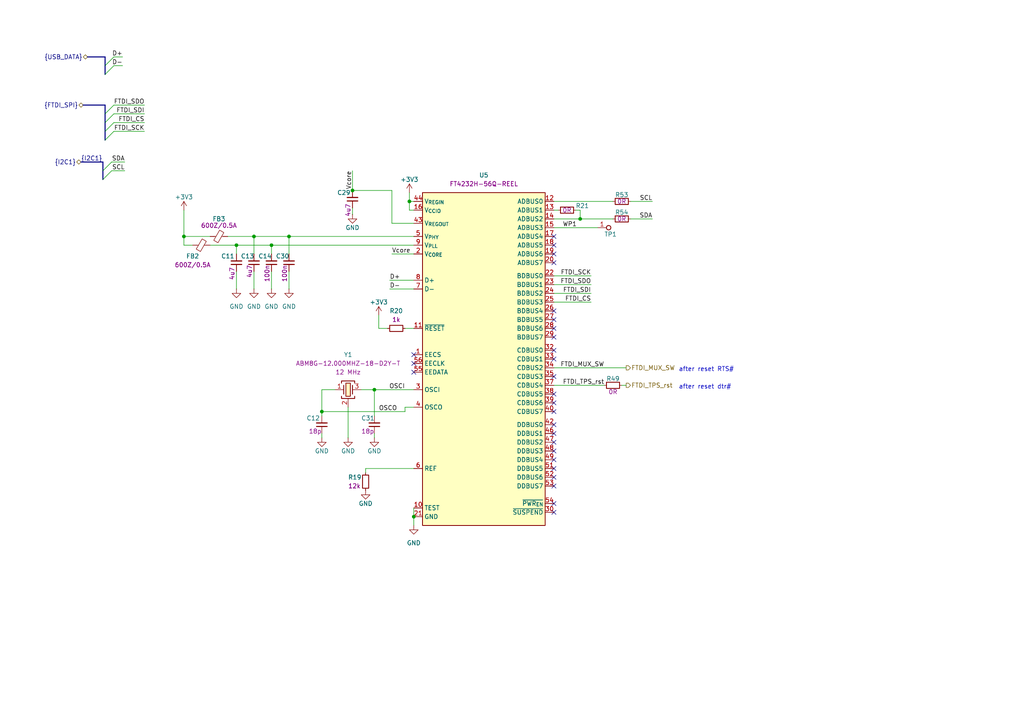
<source format=kicad_sch>
(kicad_sch (version 20230121) (generator eeschema)
  (paper "A4")
  (lib_symbols
    (symbol "C_18p_0402_1" (pin_numbers hide) (pin_names hide)
      (property "Reference" "C" (at 20.32 -5.08 0))
      (property "Val" "18p" (at 20.32 -7.62 0))
      (symbol "C_18p_0402_1_0_1"
        (polyline (pts (xy 2.032 -1.524) (xy 2.032 1.524)) (stroke (width 0.3048)))
        (polyline (pts (xy 3.048 -1.524) (xy 3.048 1.524)) (stroke (width 0.3302)))
      )
      (symbol "C_18p_0402_1_1_1"
        (pin passive line (at 0 0 0) (length 2.032) (name "~") (number "1"))
        (pin passive line (at 5.08 0 180) (length 2.032) (name "~") (number "2"))
      )
    )
    (symbol "antmicroCapacitors0402:C_100n_16V_X7R_0402" (pin_numbers hide) (pin_names hide)
      (property "Reference" "C" (at 15.24 -5.08 0))
      (property "Val" "100n" (at 15.24 -7.62 0))
      (symbol "C_100n_16V_X7R_0402_0_1"
        (polyline (pts (xy 2.032 -1.524) (xy 2.032 1.524)) (stroke (width 0.3048)))
        (polyline (pts (xy 3.048 -1.524) (xy 3.048 1.524)) (stroke (width 0.3302)))
      )
      (symbol "C_100n_16V_X7R_0402_1_1"
        (pin passive line (at 0 0 0) (length 2.032) (name "~") (number "1"))
        (pin passive line (at 5.08 0 180) (length 2.032) (name "~") (number "2"))
      )
    )
    (symbol "antmicroCapacitors0402:C_4u7_25V_0402" (pin_numbers hide) (pin_names hide)
      (property "Reference" "C" (at 20.32 -5.08 0))
      (property "Val" "4u7" (at 20.32 -7.62 0))
      (symbol "C_4u7_25V_0402_0_1"
        (polyline (pts (xy 2.032 -1.524) (xy 2.032 1.524)) (stroke (width 0.3048)))
        (polyline (pts (xy 3.048 -1.524) (xy 3.048 1.524)) (stroke (width 0.3302)))
      )
      (symbol "C_4u7_25V_0402_1_1"
        (pin passive line (at 0 0 0) (length 2.032) (name "~") (number "1"))
        (pin passive line (at 5.08 0 180) (length 2.032) (name "~") (number "2"))
      )
    )
    (symbol "antmicroFerriteBeadsandChips:FB_600Z_0.5A_Murata-BLM18AG_0603" (pin_numbers hide) (pin_names hide)
      (property "Reference" "FB" (at 15.24 0 0))
      (property "Val" "600Z/0.5A" (at 15.24 -5.08 0))
      (symbol "FB_600Z_0.5A_Murata-BLM18AG_0603_0_1"
        (polyline (pts (xy 1.651 0) (xy 1.2446 0)))
        (polyline (pts (xy 3.81 0) (xy 3.3274 0)))
        (polyline (pts (xy 2.2606 -1.8288) (xy 1.0414 -1.1176) (xy 2.7432 1.8288) (xy 3.9624 1.1176) (xy 2.2606 -1.8288)))
      )
      (symbol "FB_600Z_0.5A_Murata-BLM18AG_0603_1_1"
        (pin passive line (at 0 0 0) (length 1.27) (name "~") (number "1"))
        (pin passive line (at 5.08 0 180) (length 1.27) (name "~") (number "2"))
      )
    )
    (symbol "antmicroInterfaceControllers:FT4232H_VQFN"
      (property "Reference" "U" (at 55.88 -2.54 0))
      (property "MPN" "FT4232H-56Q-REEL" (at 55.88 -5.08 0))
      (symbol "FT4232H_VQFN_1_1"
        (rectangle (start 2.54 2.54) (end 38.1 -93.98) (stroke (width 0.254)) (fill (type background)))
        (pin bidirectional line (at 0 -44.45 0) (length 2.54) (name "EECS") (number "1"))
        (pin input line (at 0 -88.9 0) (length 2.54) (name "TEST") (number "10"))
        (pin input line (at 0 -36.83 0) (length 2.54) (name "~{RESET}") (number "11"))
        (pin bidirectional line (at 40.64 0 180) (length 2.54) (name "ADBUS0") (number "12"))
        (pin bidirectional line (at 40.64 -2.54 180) (length 2.54) (name "ADBUS1") (number "13"))
        (pin bidirectional line (at 40.64 -5.08 180) (length 2.54) (name "ADBUS2") (number "14"))
        (pin bidirectional line (at 40.64 -7.62 180) (length 2.54) (name "ADBUS3") (number "15"))
        (pin power_in line (at 0 -2.54 0) (length 2.54) (name "V_{CCIO}") (number "16"))
        (pin bidirectional line (at 40.64 -10.16 180) (length 2.54) (name "ADBUS4") (number "17"))
        (pin bidirectional line (at 40.64 -12.7 180) (length 2.54) (name "ADBUS5") (number "18"))
        (pin bidirectional line (at 40.64 -15.24 180) (length 2.54) (name "ADBUS6") (number "19"))
        (pin power_in line (at 0 -15.24 0) (length 2.54) (name "V_{CORE}") (number "2"))
        (pin bidirectional line (at 40.64 -17.78 180) (length 2.54) (name "ADBUS7") (number "20"))
        (pin power_in line (at 0 -91.44 0) (length 2.54) (name "GND") (number "21"))
        (pin bidirectional line (at 40.64 -21.59 180) (length 2.54) (name "BDBUS0") (number "22"))
        (pin bidirectional line (at 40.64 -24.13 180) (length 2.54) (name "BDBUS1") (number "23"))
        (pin bidirectional line (at 40.64 -26.67 180) (length 2.54) (name "BDBUS2") (number "24"))
        (pin bidirectional line (at 40.64 -29.21 180) (length 2.54) (name "BDBUS3") (number "25"))
        (pin bidirectional line (at 40.64 -31.75 180) (length 2.54) (name "BDBUS4") (number "26"))
        (pin bidirectional line (at 40.64 -34.29 180) (length 2.54) (name "BDBUS5") (number "27"))
        (pin bidirectional line (at 40.64 -36.83 180) (length 2.54) (name "BDBUS6") (number "28"))
        (pin bidirectional line (at 40.64 -39.37 180) (length 2.54) (name "BDBUS7") (number "29"))
        (pin input line (at 0 -54.61 0) (length 2.54) (name "OSCI") (number "3"))
        (pin output line (at 40.64 -90.17 180) (length 2.54) (name "~{SUSPEND}") (number "30"))
        (pin passive line (at 0 -15.24 0) (length 2.54) hide (name "V_{CORE}") (number "31"))
        (pin bidirectional line (at 40.64 -43.18 180) (length 2.54) (name "CDBUS0") (number "32"))
        (pin bidirectional line (at 40.64 -45.72 180) (length 2.54) (name "CDBUS1") (number "33"))
        (pin bidirectional line (at 40.64 -48.26 180) (length 2.54) (name "CDBUS2") (number "34"))
        (pin bidirectional line (at 40.64 -50.8 180) (length 2.54) (name "CDBUS3") (number "35"))
        (pin passive line (at 0 -2.54 0) (length 2.54) hide (name "V_{CCIO}") (number "36"))
        (pin bidirectional line (at 40.64 -53.34 180) (length 2.54) (name "CDBUS4") (number "37"))
        (pin bidirectional line (at 40.64 -55.88 180) (length 2.54) (name "CDBUS5") (number "38"))
        (pin bidirectional line (at 40.64 -58.42 180) (length 2.54) (name "CDBUS6") (number "39"))
        (pin output line (at 0 -59.69 0) (length 2.54) (name "OSCO") (number "4"))
        (pin bidirectional line (at 40.64 -60.96 180) (length 2.54) (name "CDBUS7") (number "40"))
        (pin passive line (at 0 -91.44 0) (length 2.54) hide (name "GND") (number "41"))
        (pin bidirectional line (at 40.64 -64.77 180) (length 2.54) (name "DDBUS0") (number "42"))
        (pin power_out line (at 0 -6.35 0) (length 2.54) (name "V_{REGOUT}") (number "43"))
        (pin power_in line (at 0 0 0) (length 2.54) (name "V_{REGIN}") (number "44"))
        (pin passive line (at 0 -91.44 0) (length 2.54) hide (name "GND") (number "45"))
        (pin bidirectional line (at 40.64 -67.31 180) (length 2.54) (name "DDBUS1") (number "46"))
        (pin bidirectional line (at 40.64 -69.85 180) (length 2.54) (name "DDBUS2") (number "47"))
        (pin bidirectional line (at 40.64 -72.39 180) (length 2.54) (name "DDBUS3") (number "48"))
        (pin bidirectional line (at 40.64 -74.93 180) (length 2.54) (name "DDBUS4") (number "49"))
        (pin power_in line (at 0 -10.16 0) (length 2.54) (name "V_{PHY}") (number "5"))
        (pin passive line (at 0 -2.54 0) (length 2.54) hide (name "V_{CCIO}") (number "50"))
        (pin bidirectional line (at 40.64 -77.47 180) (length 2.54) (name "DDBUS5") (number "51"))
        (pin bidirectional line (at 40.64 -80.01 180) (length 2.54) (name "DDBUS6") (number "52"))
        (pin bidirectional line (at 40.64 -82.55 180) (length 2.54) (name "DDBUS7") (number "53"))
        (pin output line (at 40.64 -87.63 180) (length 2.54) (name "~{PWR_{EN}}") (number "54"))
        (pin bidirectional line (at 0 -49.53 0) (length 2.54) (name "EEDATA") (number "55"))
        (pin output line (at 0 -46.99 0) (length 2.54) (name "EECLK") (number "56"))
        (pin passive line (at 0 -91.44 0) (length 2.54) hide (name "GND") (number "57"))
        (pin input line (at 0 -77.47 0) (length 2.54) (name "REF") (number "6"))
        (pin bidirectional line (at 0 -25.4 0) (length 2.54) (name "D-") (number "7"))
        (pin bidirectional line (at 0 -22.86 0) (length 2.54) (name "D+") (number "8"))
        (pin power_in line (at 0 -12.7 0) (length 2.54) (name "V_{PLL}") (number "9"))
      )
    )
    (symbol "antmicroResistors0402:R_0R_0402" (pin_numbers hide) (pin_names hide)
      (property "Reference" "R" (at 20.32 -5.08 0))
      (property "Val" "0R" (at 20.32 -7.62 0))
      (symbol "R_0R_0402_0_1"
        (rectangle (start 0.635 0.889) (end 4.445 -0.889) (stroke (width 0.254)))
      )
      (symbol "R_0R_0402_1_1"
        (pin passive line (at 0 0 0) (length 0.635) (name "~") (number "1"))
        (pin passive line (at 5.08 0 180) (length 0.635) (name "~") (number "2"))
      )
    )
    (symbol "antmicroResistors0402:R_12k_0402" (pin_numbers hide) (pin_names hide)
      (property "Reference" "R" (at 20.32 -5.08 0))
      (property "Val" "12k" (at 20.32 -7.62 0))
      (symbol "R_12k_0402_0_1"
        (rectangle (start 0.635 0.889) (end 4.445 -0.889) (stroke (width 0.254)))
      )
      (symbol "R_12k_0402_1_1"
        (pin passive line (at 0 0 0) (length 0.635) (name "~") (number "1"))
        (pin passive line (at 5.08 0 180) (length 0.635) (name "~") (number "2"))
      )
    )
    (symbol "antmicroResistors0402:R_1k_0402" (pin_numbers hide) (pin_names hide)
      (property "Reference" "R" (at 20.32 -5.08 0))
      (property "Val" "1k" (at 20.32 -7.62 0))
      (symbol "R_1k_0402_0_1"
        (rectangle (start 0.635 0.889) (end 4.445 -0.889) (stroke (width 0.254)))
      )
      (symbol "R_1k_0402_1_1"
        (pin passive line (at 0 0 0) (length 0.635) (name "~") (number "1"))
        (pin passive line (at 5.08 0 180) (length 0.635) (name "~") (number "2"))
      )
    )
    (symbol "antmicroResonators:Resonator_12MHz_ABM8G" (pin_names hide)
      (property "Reference" "Y" (at 15.24 -5.08 0))
      (property "MPN" "ABM8G-12.000MHZ-18-D2Y-T" (at 15.24 -7.62 0))
      (property "Val" "12 MHz" (at 15.24 -10.16 0))
      (symbol "Resonator_12MHz_ABM8G_1_1"
        (polyline (pts (xy 2.54 1.27) (xy 2.54 -1.27)) (stroke (width 0.254)) (fill (type background)))
        (polyline (pts (xy 5.08 1.27) (xy 5.08 -1.27)) (stroke (width 0.254)) (fill (type background)))
        (polyline (pts (xy 1.905 -1.905) (xy 1.905 -2.54) (xy 5.715 -2.54) (xy 5.715 -1.905)) (stroke (width 0.254)))
        (polyline (pts (xy 1.905 1.905) (xy 1.905 2.54) (xy 5.715 2.54) (xy 5.715 1.905)) (stroke (width 0.254)))
        (rectangle (start 3.175 1.905) (end 4.445 -1.905) (stroke (width 0.254)) (fill (type background)))
        (pin passive line (at 0 0 0) (length 2.54) (name "~") (number "1"))
        (pin passive line (at 3.81 -5.08 90) (length 2.54) (name "SH") (number "2"))
        (pin passive line (at 7.62 0 180) (length 2.54) (name "~") (number "3"))
        (pin passive line (at 3.81 -5.08 90) (length 2.54) hide (name "SH") (number "4"))
      )
    )
    (symbol "antmicroTestPoints:TP_1.5mm_SMD" (pin_names hide) (in_bom no)
      (property "Reference" "TP" (at 15.24 -5.08 0))
      (symbol "TP_1.5mm_SMD_1_1"
        (circle (center 3.175 0) (radius 0.635) (stroke (width 0.254)))
        (pin passive line (at 0 0 0) (length 2.54) (name "1") (number "1"))
      )
    )
    (symbol "antmicropower:+3V3" (power) (pin_numbers hide) (pin_names hide)
      (property "Value" "+3V3" (at -3.175 2.54 0))
      (symbol "+3V3_0_1"
        (polyline (pts (xy 0 0) (xy 0 2.54)))
        (polyline (pts (xy 0 2.54) (xy -0.762 1.27)))
        (polyline (pts (xy 0 2.54) (xy 0.762 1.27)))
      )
      (symbol "+3V3_1_1"
        (pin power_in line (at 0 0 90) (length 0) hide (name "+3V3") (number "1"))
      )
    )
    (symbol "antmicropower:GND" (power) (pin_numbers hide) (pin_names hide)
      (property "Value" "GND" (at 8.89 -5.08 0))
      (symbol "GND_1_1"
        (polyline (pts (xy 0 0) (xy 0 -1.27) (xy 1.27 -1.27) (xy 0 -2.54) (xy -1.27 -1.27) (xy 0 -1.27)))
        (pin power_in line (at 0 0 270) (length 0) (name "GND") (number "1"))
      )
    )
  )
  (bus_alias "FTDI_SPI" (members "FTDI_SDO" "FTDI_SDI" "FTDI_CS" "FTDI_SCK"))
  (bus_alias "USB_DATA" (members "D+" "D-"))
  (junction (at 102.235 55.245))
  (junction (at 108.585 113.03))
  (junction (at 83.82 68.58))
  (junction (at 120.015 149.86))
  (junction (at 73.66 68.58))
  (junction (at 53.34 68.58))
  (junction (at 93.345 119.38))
  (junction (at 118.745 58.42))
  (junction (at 168.275 63.5))
  (junction (at 68.58 71.12))
  (junction (at 78.74 71.12))
  (no_connect (at 160.655 130.81))
  (no_connect (at 160.655 140.97))
  (no_connect (at 160.655 92.71))
  (no_connect (at 160.655 138.43))
  (no_connect (at 160.655 71.12))
  (no_connect (at 160.655 109.22))
  (no_connect (at 160.655 101.6))
  (no_connect (at 160.655 128.27))
  (no_connect (at 120.015 105.41))
  (no_connect (at 160.655 146.05))
  (no_connect (at 120.015 102.87))
  (no_connect (at 160.655 114.3))
  (no_connect (at 160.655 104.14))
  (no_connect (at 160.655 73.66))
  (no_connect (at 120.015 107.95))
  (no_connect (at 160.655 123.19))
  (no_connect (at 160.655 135.89))
  (no_connect (at 160.655 148.59))
  (no_connect (at 160.655 68.58))
  (no_connect (at 160.655 95.25))
  (no_connect (at 160.655 97.79))
  (no_connect (at 160.655 116.84))
  (no_connect (at 160.655 125.73))
  (no_connect (at 160.655 119.38))
  (no_connect (at 160.655 90.17))
  (no_connect (at 160.655 133.35))
  (no_connect (at 160.655 76.2))
  (bus_entry (at 30.48 21.59) (size 2.54 -2.54))
  (bus_entry (at 29.845 49.53) (size 2.54 -2.54))
  (bus_entry (at 30.48 35.56) (size 2.54 -2.54))
  (bus_entry (at 30.48 33.02) (size 2.54 -2.54))
  (bus_entry (at 30.48 19.05) (size 2.54 -2.54))
  (bus_entry (at 30.48 38.1) (size 2.54 -2.54))
  (bus_entry (at 30.48 40.64) (size 2.54 -2.54))
  (bus_entry (at 29.845 52.07) (size 2.54 -2.54))
  (wire (pts (xy 113.665 73.66) (xy 120.015 73.66)))
  (wire (pts (xy 118.745 55.88) (xy 118.745 58.42)))
  (wire (pts (xy 160.655 87.63) (xy 171.45 87.63)))
  (wire (pts (xy 160.655 60.96) (xy 161.925 60.96)))
  (wire (pts (xy 33.02 38.1) (xy 41.91 38.1)))
  (wire (pts (xy 113.03 81.28) (xy 120.015 81.28)))
  (wire (pts (xy 53.34 71.12) (xy 55.88 71.12)))
  (wire (pts (xy 93.345 119.38) (xy 93.345 120.65)))
  (wire (pts (xy 113.03 83.82) (xy 120.015 83.82)))
  (wire (pts (xy 73.66 73.66) (xy 73.66 68.58)))
  (wire (pts (xy 73.66 78.74) (xy 73.66 83.82)))
  (bus (pts (xy 30.48 16.51) (xy 30.48 19.05)))
  (wire (pts (xy 108.585 127) (xy 108.585 125.73)))
  (wire (pts (xy 160.655 58.42) (xy 177.8 58.42)))
  (wire (pts (xy 113.665 64.77) (xy 113.665 55.245)))
  (wire (pts (xy 53.34 71.12) (xy 53.34 68.58)))
  (wire (pts (xy 100.965 127) (xy 100.965 118.11)))
  (wire (pts (xy 118.745 60.96) (xy 120.015 60.96)))
  (wire (pts (xy 53.34 68.58) (xy 60.96 68.58)))
  (wire (pts (xy 53.34 60.96) (xy 53.34 68.58)))
  (wire (pts (xy 93.345 119.38) (xy 117.475 119.38)))
  (wire (pts (xy 93.345 113.03) (xy 97.155 113.03)))
  (wire (pts (xy 102.235 49.53) (xy 102.235 55.245)))
  (wire (pts (xy 182.88 58.42) (xy 189.23 58.42)))
  (wire (pts (xy 68.58 71.12) (xy 78.74 71.12)))
  (bus (pts (xy 29.845 46.99) (xy 29.845 49.53)))
  (wire (pts (xy 109.855 91.44) (xy 109.855 95.25)))
  (bus (pts (xy 30.48 38.1) (xy 30.48 40.64)))
  (wire (pts (xy 168.275 63.5) (xy 177.8 63.5)))
  (wire (pts (xy 68.58 73.66) (xy 68.58 71.12)))
  (wire (pts (xy 109.855 95.25) (xy 112.395 95.25)))
  (bus (pts (xy 29.845 49.53) (xy 29.845 52.07)))
  (wire (pts (xy 180.34 111.76) (xy 181.61 111.76)))
  (wire (pts (xy 78.74 71.12) (xy 120.015 71.12)))
  (wire (pts (xy 78.74 73.66) (xy 78.74 71.12)))
  (wire (pts (xy 73.66 68.58) (xy 83.82 68.58)))
  (wire (pts (xy 160.655 66.04) (xy 173.355 66.04)))
  (wire (pts (xy 160.655 63.5) (xy 168.275 63.5)))
  (wire (pts (xy 68.58 78.74) (xy 68.58 83.82)))
  (bus (pts (xy 30.48 19.05) (xy 30.48 21.59)))
  (wire (pts (xy 60.96 71.12) (xy 68.58 71.12)))
  (wire (pts (xy 168.275 60.96) (xy 168.275 63.5)))
  (wire (pts (xy 66.04 68.58) (xy 73.66 68.58)))
  (wire (pts (xy 33.02 19.05) (xy 35.56 19.05)))
  (wire (pts (xy 160.655 111.76) (xy 175.26 111.76)))
  (wire (pts (xy 32.385 46.99) (xy 36.195 46.99)))
  (bus (pts (xy 25.4 16.51) (xy 30.48 16.51)))
  (wire (pts (xy 108.585 113.03) (xy 108.585 120.65)))
  (wire (pts (xy 182.88 63.5) (xy 189.23 63.5)))
  (wire (pts (xy 104.775 113.03) (xy 108.585 113.03)))
  (wire (pts (xy 120.015 147.32) (xy 120.015 149.86)))
  (wire (pts (xy 33.02 30.48) (xy 41.91 30.48)))
  (wire (pts (xy 106.045 137.16) (xy 106.045 135.89)))
  (wire (pts (xy 167.005 60.96) (xy 168.275 60.96)))
  (bus (pts (xy 24.13 30.48) (xy 30.48 30.48)))
  (wire (pts (xy 83.82 78.74) (xy 83.82 83.82)))
  (wire (pts (xy 33.02 16.51) (xy 35.56 16.51)))
  (wire (pts (xy 32.385 49.53) (xy 36.195 49.53)))
  (wire (pts (xy 93.345 113.03) (xy 93.345 119.38)))
  (wire (pts (xy 113.665 64.77) (xy 120.015 64.77)))
  (wire (pts (xy 118.745 58.42) (xy 118.745 60.96)))
  (wire (pts (xy 160.655 106.68) (xy 181.61 106.68)))
  (wire (pts (xy 113.665 55.245) (xy 102.235 55.245)))
  (wire (pts (xy 120.015 152.4) (xy 120.015 149.86)))
  (wire (pts (xy 83.82 73.66) (xy 83.82 68.58)))
  (wire (pts (xy 120.015 58.42) (xy 118.745 58.42)))
  (wire (pts (xy 102.235 60.325) (xy 102.235 62.23)))
  (wire (pts (xy 160.655 80.01) (xy 171.45 80.01)))
  (wire (pts (xy 160.655 82.55) (xy 171.45 82.55)))
  (wire (pts (xy 106.045 135.89) (xy 120.015 135.89)))
  (bus (pts (xy 23.495 46.99) (xy 29.845 46.99)))
  (wire (pts (xy 33.02 35.56) (xy 41.91 35.56)))
  (wire (pts (xy 78.74 78.74) (xy 78.74 83.82)))
  (wire (pts (xy 117.475 119.38) (xy 117.475 118.11)))
  (bus (pts (xy 30.48 33.02) (xy 30.48 35.56)))
  (wire (pts (xy 108.585 113.03) (xy 120.015 113.03)))
  (bus (pts (xy 30.48 30.48) (xy 30.48 33.02)))
  (wire (pts (xy 117.475 118.11) (xy 120.015 118.11)))
  (wire (pts (xy 93.345 127) (xy 93.345 125.73)))
  (wire (pts (xy 117.475 95.25) (xy 120.015 95.25)))
  (wire (pts (xy 83.82 68.58) (xy 120.015 68.58)))
  (wire (pts (xy 33.02 33.02) (xy 41.91 33.02)))
  (wire (pts (xy 160.655 85.09) (xy 171.45 85.09)))
  (bus (pts (xy 30.48 35.56) (xy 30.48 38.1)))
  (text "after reset RTS#" (at 196.85 107.95 0) (effects (font (size 1.27 1.27)) (justify left bottom)))
  (text "after reset dtr#" (at 196.85 113.03 0) (effects (font (size 1.27 1.27)) (justify left bottom)))
  (label "SDA" (at 36.195 46.99 180))
  (label "FTDI_SDI" (at 171.45 85.09 180))
  (label "FTDI_SCK" (at 41.91 38.1 180))
  (label "FTDI_CS" (at 171.45 87.63 180))
  (label "Vcore" (at 113.665 73.66 0))
  (label "Vcore" (at 102.235 49.53 270))
  (label "FTDI_MUX_SW" (at 175.26 106.68 180))
  (label "D-" (at 35.56 19.05 180))
  (label "SCL" (at 36.195 49.53 180))
  (label "FTDI_SDI" (at 41.91 33.02 180))
  (label "FTDI_SCK" (at 171.45 80.01 180))
  (label "FTDI_SDO" (at 171.45 82.55 180))
  (label "D+" (at 113.03 81.28 0))
  (label "{I2C1}" (at 23.495 46.99 0))
  (label "D-" (at 113.03 83.82 0))
  (label "OSCI" (at 117.475 113.03 180))
  (label "SCL" (at 189.23 58.42 180))
  (label "SDA" (at 189.23 63.5 180))
  (label "FTDI_CS" (at 41.91 35.56 180))
  (label "WP1" (at 163.195 66.04 0))
  (label "FTDI_SDO" (at 41.91 30.48 180))
  (label "OSCO" (at 109.855 119.38 0))
  (label "D+" (at 35.56 16.51 180))
  (label "FTDI_TPS_rst" (at 175.26 111.76 180))
  (hierarchical_label "{FTDI_SPI}" (shape bidirectional) (at 24.13 30.48 180))
  (hierarchical_label "FTDI_MUX_SW" (shape output) (at 181.61 106.68 0))
  (hierarchical_label "{I2C1}" (shape bidirectional) (at 23.495 46.99 180))
  (hierarchical_label "{USB_DATA}" (shape bidirectional) (at 25.4 16.51 180))
  (hierarchical_label "FTDI_TPS_rst" (shape output) (at 181.61 111.76 0))
  (symbol (lib_id "antmicroFerriteBeadsandChips:FB_600Z_0.5A_Murata-BLM18AG_0603") (at 60.96 68.58 0) (unit 1)
    (property "Reference" "FB3" (at 63.5 63.5 0))
    (property "Value" "FB_600Z_0.5A_Murata-BLM18AG_0603" (effects hide))
    (property "Footprint" "antmicro-footprints:FB_0603_1608Metric" (effects hide))
    (property "Datasheet" "https://www.murata.com/en-us/products/productdata/8796738650142/ENFA0003.pdf" (effects hide))
    (property "Val" "600Z/0.5A" (at 63.5 65.405 0))
    (property "MPN" "BLM18AG601SN1D" (effects hide))
    (property "Manufacturer" "Murata" (effects hide))
    (property "Author" "Antmicro" (effects hide))
    (property "License" "Apache-2.0" (effects hide))
  )
  (symbol (lib_id "antmicroResistors0402:R_0R_0402") (at 161.925 60.96 0) (unit 1)
    (property "Reference" "R21" (at 168.91 59.69 0))
    (property "Value" "R_0R_0402" (effects hide))
    (property "Footprint" "antmicro-footprints:R_0402_1005Metric" (effects hide))
    (property "Datasheet" "https://industrial.panasonic.com/cdbs/www-data/pdf/RDA0000/AOA0000C301.pdf" (effects hide))
    (property "MPN" "ERJ2GE0R00X" (effects hide))
    (property "Manufacturer" "Panasonic" (effects hide))
    (property "License" "Apache-2.0" (effects hide))
    (property "Author" "Antmicro" (effects hide))
    (property "Val" "0R" (at 164.465 60.96 0))
    (property "Current" "1A" (effects hide))
  )
  (symbol (lib_id "antmicroCapacitors0402:C_100n_16V_X7R_0402") (at 83.82 78.74 90) (unit 1)
    (property "Reference" "C30" (at 80.01 74.295 90) (effects (justify right)))
    (property "Value" "C_100n_16V_X7R_0402" (effects hide))
    (property "Footprint" "antmicro-footprints:C_0402_1005Metric" (effects hide))
    (property "Datasheet" "https://www.kemet.com/en/us/capacitors/product/C0402C104J4RAC7411.html" (effects hide))
    (property "MPN" "C0402C104J4RAC7411" (effects hide))
    (property "Val" "100n" (at 82.55 76.835 0) (effects (justify right)))
    (property "Voltage" "16V" (effects hide))
    (property "Dielectric" "X7R" (effects hide))
    (property "Manufacturer" "KEMET" (effects hide))
    (property "License" "Apache-2.0" (effects hide))
    (property "Author" "Antmicro" (effects hide))
  )
  (symbol (lib_id "antmicropower:+3V3") (at 118.745 55.88 0) (unit 1)
    (property "Reference" "#PWR031" (effects hide))
    (property "Value" "+3V3" (at 118.745 52.07 0))
    (property "Author" "Antmicro" (effects hide))
    (property "License" "Apache-2.0" (effects hide))
  )
  (symbol (lib_id "antmicropower:GND") (at 106.045 142.24 0) (unit 1)
    (property "Reference" "#PWR025" (effects hide))
    (property "Value" "GND" (at 106.045 146.05 0))
    (property "Author" "Antmicro" (effects hide))
    (property "License" "Apache-2.0" (effects hide))
  )
  (symbol (lib_id "antmicropower:GND") (at 78.74 83.82 0) (unit 1)
    (property "Reference" "#PWR021" (effects hide))
    (property "Value" "GND" (at 78.74 88.9 0))
    (property "Author" "Antmicro" (effects hide))
    (property "License" "Apache-2.0" (effects hide))
  )
  (symbol (lib_id "antmicropower:GND") (at 120.015 152.4 0) (unit 1)
    (property "Reference" "#PWR032" (effects hide))
    (property "Value" "GND" (at 120.015 157.48 0))
    (property "Author" "Antmicro" (effects hide))
    (property "License" "Apache-2.0" (effects hide))
  )
  (symbol (lib_id "antmicropower:GND") (at 100.965 127 0) (unit 1)
    (property "Reference" "#PWR022" (effects hide))
    (property "Value" "GND" (at 100.965 130.81 0))
    (property "Author" "Antmicro" (effects hide))
    (property "License" "Apache-2.0" (effects hide))
  )
  (symbol (lib_id "antmicropower:+3V3") (at 53.34 60.96 0) (unit 1)
    (property "Reference" "#PWR05" (effects hide))
    (property "Value" "+3V3" (at 53.34 57.15 0))
    (property "Author" "Antmicro" (effects hide))
    (property "License" "Apache-2.0" (effects hide))
  )
  (symbol (lib_id "antmicropower:+3V3") (at 109.855 91.44 0) (unit 1)
    (property "Reference" "#PWR030" (effects hide))
    (property "Value" "+3V3" (at 109.855 87.63 0))
    (property "Author" "Antmicro" (effects hide))
    (property "License" "Apache-2.0" (effects hide))
  )
  (symbol (lib_id "antmicroResistors0402:R_12k_0402") (at 106.045 142.24 90) (unit 1)
    (property "Reference" "R19" (at 100.965 138.43 90) (effects (justify right)))
    (property "Value" "R_12k_0402" (effects hide))
    (property "Footprint" "antmicro-footprints:R_0402_1005Metric" (effects hide))
    (property "Datasheet" "https://www.bourns.com/docs/product-datasheets/cr.pdf" (effects hide))
    (property "MPN" "CR0402-FX-1202GLF" (effects hide))
    (property "Manufacturer" "Bourns" (effects hide))
    (property "License" "Apache-2.0" (effects hide))
    (property "Author" "Antmicro" (effects hide))
    (property "Val" "12k" (at 100.965 140.97 90) (effects (justify right)))
    (property "Tolerance" "1%" (effects hide))
  )
  (symbol (lib_id "antmicropower:GND") (at 83.82 83.82 0) (unit 1)
    (property "Reference" "#PWR024" (effects hide))
    (property "Value" "GND" (at 83.82 88.9 0))
    (property "Author" "Antmicro" (effects hide))
    (property "License" "Apache-2.0" (effects hide))
  )
  (symbol (lib_id "antmicropower:GND") (at 102.235 62.23 0) (unit 1)
    (property "Reference" "#PWR023" (effects hide))
    (property "Value" "GND" (at 102.235 66.04 0))
    (property "Author" "Antmicro" (effects hide))
    (property "License" "Apache-2.0" (effects hide))
  )
  (symbol (lib_id "antmicroResistors0402:R_1k_0402") (at 112.395 95.25 0) (unit 1)
    (property "Reference" "R20" (at 114.935 90.17 0))
    (property "Value" "R_1k_0402" (effects hide))
    (property "Footprint" "antmicro-footprints:R_0402_1005Metric" (effects hide))
    (property "Datasheet" "https://www.bourns.com/docs/product-datasheets/cr.pdf" (effects hide))
    (property "MPN" "CR0402-FX-1001GLF" (effects hide))
    (property "Manufacturer" "Bourns" (effects hide))
    (property "License" "Apache-2.0" (effects hide))
    (property "Author" "Antmicro" (effects hide))
    (property "Val" "1k" (at 114.935 92.71 0))
    (property "Tolerance" "1%" (effects hide))
  )
  (symbol (lib_name "C_18p_0402_1") (lib_id "antmicroCapacitors0402:C_18p_0402") (at 108.585 125.73 90) (unit 1)
    (property "Reference" "C31" (at 104.775 121.285 90) (effects (justify right)))
    (property "Value" "C_18p_0402" (effects hide))
    (property "Footprint" "antmicro-footprints:C_0402_1005Metric" (effects hide))
    (property "Datasheet" "https://product.samsungsem.com/mlcc/CL05C180JB51PN.do" (effects hide))
    (property "MPN" "CL05C180JB51PNC" (effects hide))
    (property "Manufacturer" "Samsung Electro-Mechanics" (effects hide))
    (property "License" "Apache-2.0" (effects hide))
    (property "Author" "Antmicro" (effects hide))
    (property "Val" "18p" (at 104.775 125.095 90) (effects (justify right)))
  )
  (symbol (lib_id "antmicroResistors0402:R_0R_0402") (at 175.26 111.76 0) (unit 1)
    (property "Reference" "R49" (at 177.8 109.855 0))
    (property "Value" "R_0R_0402" (effects hide))
    (property "Footprint" "antmicro-footprints:R_0402_1005Metric" (effects hide))
    (property "Datasheet" "https://industrial.panasonic.com/cdbs/www-data/pdf/RDA0000/AOA0000C301.pdf" (effects hide))
    (property "MPN" "ERJ2GE0R00X" (effects hide))
    (property "Manufacturer" "Panasonic" (effects hide))
    (property "License" "Apache-2.0" (effects hide))
    (property "Author" "Antmicro" (effects hide))
    (property "Val" "0R" (at 177.8 113.665 0))
    (property "Current" "1A" (effects hide))
  )
  (symbol (lib_id "antmicroCapacitors0402:C_100n_16V_X7R_0402") (at 78.74 78.74 90) (unit 1)
    (property "Reference" "C14" (at 74.93 74.295 90) (effects (justify right)))
    (property "Value" "C_100n_16V_X7R_0402" (effects hide))
    (property "Footprint" "antmicro-footprints:C_0402_1005Metric" (effects hide))
    (property "Datasheet" "https://www.kemet.com/en/us/capacitors/product/C0402C104J4RAC7411.html" (effects hide))
    (property "MPN" "C0402C104J4RAC7411" (effects hide))
    (property "Val" "100n" (at 77.47 76.835 0) (effects (justify right)))
    (property "Voltage" "16V" (effects hide))
    (property "Dielectric" "X7R" (effects hide))
    (property "Manufacturer" "KEMET" (effects hide))
    (property "License" "Apache-2.0" (effects hide))
    (property "Author" "Antmicro" (effects hide))
  )
  (symbol (lib_id "antmicroResistors0402:R_0R_0402") (at 177.8 58.42 0) (unit 1)
    (property "Reference" "R53" (at 180.34 56.515 0))
    (property "Value" "R_0R_0402" (effects hide))
    (property "Footprint" "antmicro-footprints:R_0402_1005Metric" (effects hide))
    (property "Datasheet" "https://industrial.panasonic.com/cdbs/www-data/pdf/RDA0000/AOA0000C301.pdf" (effects hide))
    (property "MPN" "ERJ2GE0R00X" (effects hide))
    (property "Manufacturer" "Panasonic" (effects hide))
    (property "License" "Apache-2.0" (effects hide))
    (property "Author" "Antmicro" (effects hide))
    (property "Val" "0R" (at 180.34 58.42 0))
    (property "Current" "1A" (effects hide))
  )
  (symbol (lib_id "antmicroTestPoints:TP_1.5mm_SMD") (at 173.355 66.04 0) (unit 1) (in_bom no)
    (property "Reference" "TP1" (at 175.26 67.945 0) (effects (justify left)))
    (property "Value" "TP_1.5mm_SMD" (effects hide))
    (property "Footprint" "antmicro-footprints:TP_SMD_1.5mm" (effects hide))
    (property "Author" "Antmicro" (effects hide))
    (property "License" "Apache-2.0" (effects hide))
  )
  (symbol (lib_id "antmicroCapacitors0402:C_4u7_25V_0402") (at 68.58 78.74 90) (unit 1)
    (property "Reference" "C11" (at 64.135 74.295 90) (effects (justify right)))
    (property "Value" "C_4u7_25V_0402" (effects hide))
    (property "Footprint" "antmicro-footprints:C_0402_1005Metric" (effects hide))
    (property "Datasheet" "https://www.murata.com/products/productdetail?partno=GRM155C61E475ME15%23" (effects hide))
    (property "MPN" "GRM155C61E475ME15J" (effects hide))
    (property "Manufacturer" "Murata" (effects hide))
    (property "License" "Apache-2.0" (effects hide))
    (property "Author" "Antmicro" (effects hide))
    (property "Val" "4u7" (at 67.31 77.47 0) (effects (justify right)))
    (property "Voltage" "25V" (effects hide))
    (property "Dielectric" "X5S" (effects hide))
  )
  (symbol (lib_id "antmicroCapacitors0402:C_4u7_25V_0402") (at 73.66 78.74 90) (unit 1)
    (property "Reference" "C13" (at 69.85 74.295 90) (effects (justify right)))
    (property "Value" "C_4u7_25V_0402" (effects hide))
    (property "Footprint" "antmicro-footprints:C_0402_1005Metric" (effects hide))
    (property "Datasheet" "https://www.murata.com/products/productdetail?partno=GRM155C61E475ME15%23" (effects hide))
    (property "MPN" "GRM155C61E475ME15J" (effects hide))
    (property "Manufacturer" "Murata" (effects hide))
    (property "License" "Apache-2.0" (effects hide))
    (property "Author" "Antmicro" (effects hide))
    (property "Val" "4u7" (at 72.39 76.835 0) (effects (justify right)))
    (property "Voltage" "25V" (effects hide))
    (property "Dielectric" "X5S" (effects hide))
  )
  (symbol (lib_id "antmicropower:GND") (at 73.66 83.82 0) (unit 1)
    (property "Reference" "#PWR020" (effects hide))
    (property "Value" "GND" (at 73.66 88.9 0))
    (property "Author" "Antmicro" (effects hide))
    (property "License" "Apache-2.0" (effects hide))
  )
  (symbol (lib_id "antmicroCapacitors0402:C_4u7_25V_0402") (at 102.235 60.325 90) (unit 1)
    (property "Reference" "C29" (at 97.79 55.88 90) (effects (justify right)))
    (property "Value" "C_4u7_25V_0402" (effects hide))
    (property "Footprint" "antmicro-footprints:C_0402_1005Metric" (effects hide))
    (property "Datasheet" "https://www.murata.com/products/productdetail?partno=GRM155C61E475ME15%23" (effects hide))
    (property "MPN" "GRM155C61E475ME15J" (effects hide))
    (property "Manufacturer" "Murata" (effects hide))
    (property "License" "Apache-2.0" (effects hide))
    (property "Author" "Antmicro" (effects hide))
    (property "Val" "4u7" (at 100.965 59.055 0) (effects (justify right)))
    (property "Voltage" "25V" (effects hide))
    (property "Dielectric" "X5S" (effects hide))
  )
  (symbol (lib_id "antmicroFerriteBeadsandChips:FB_600Z_0.5A_Murata-BLM18AG_0603") (at 55.88 71.12 0) (unit 1)
    (property "Reference" "FB2" (at 55.88 74.295 0))
    (property "Value" "FB_600Z_0.5A_Murata-BLM18AG_0603" (effects hide))
    (property "Footprint" "antmicro-footprints:FB_0603_1608Metric" (effects hide))
    (property "Datasheet" "https://www.murata.com/en-us/products/productdata/8796738650142/ENFA0003.pdf" (effects hide))
    (property "Val" "600Z/0.5A" (at 55.88 76.835 0))
    (property "MPN" "BLM18AG601SN1D" (effects hide))
    (property "Manufacturer" "Murata" (effects hide))
    (property "Author" "Antmicro" (effects hide))
    (property "License" "Apache-2.0" (effects hide))
  )
  (symbol (lib_id "antmicropower:GND") (at 108.585 127 0) (unit 1)
    (property "Reference" "#PWR026" (effects hide))
    (property "Value" "GND" (at 108.585 130.81 0))
    (property "Author" "Antmicro" (effects hide))
    (property "License" "Apache-2.0" (effects hide))
  )
  (symbol (lib_id "antmicroInterfaceControllers:FT4232H_VQFN") (at 120.015 58.42 0) (unit 1)
    (property "Reference" "U5" (at 140.335 50.8 0))
    (property "Value" "FT4232H_VQFN" (effects hide))
    (property "Footprint" "antmicro-footprints:QFN-56-1EP_8x8mm_P0.5mm" (effects hide))
    (property "Datasheet" "https://ftdichip.com/wp-content/uploads/2020/08/DS_FT4232H.pdf" (effects hide))
    (property "Manufacturer" "FTDI Chip" (effects hide))
    (property "MPN" "FT4232H-56Q-REEL" (at 140.335 53.34 0))
    (property "Author" "Antmicro" (effects hide))
    (property "License" "Apache-2.0" (effects hide))
  )
  (symbol (lib_id "antmicroResonators:Resonator_12MHz_ABM8G") (at 97.155 113.03 0) (unit 1)
    (property "Reference" "Y1" (at 100.965 102.87 0))
    (property "Value" "Resonator_12MHz_ABM8G" (effects hide))
    (property "Footprint" "antmicro-footprints:Resonator_SMD_Abracon_ABM8G_3.2x2.5mm" (effects hide))
    (property "Datasheet" "https://abracon.com/Resonators/ABM8G.pdf" (effects hide))
    (property "MPN" "ABM8G-12.000MHZ-18-D2Y-T" (at 100.965 105.41 0))
    (property "Manufacturer" "Abracon" (effects hide))
    (property "Author" "Antmicro" (effects hide))
    (property "License" "Apache-2.0" (effects hide))
    (property "Val" "12 MHz" (at 100.965 107.95 0))
  )
  (symbol (lib_name "C_18p_0402_1") (lib_id "antmicroCapacitors0402:C_18p_0402") (at 93.345 125.73 90) (unit 1)
    (property "Reference" "C12" (at 88.9 121.285 90) (effects (justify right)))
    (property "Value" "C_18p_0402" (effects hide))
    (property "Footprint" "antmicro-footprints:C_0402_1005Metric" (effects hide))
    (property "Datasheet" "https://product.samsungsem.com/mlcc/CL05C180JB51PN.do" (effects hide))
    (property "MPN" "CL05C180JB51PNC" (effects hide))
    (property "Manufacturer" "Samsung Electro-Mechanics" (effects hide))
    (property "License" "Apache-2.0" (effects hide))
    (property "Author" "Antmicro" (effects hide))
    (property "Val" "18p" (at 89.535 125.095 90) (effects (justify right)))
  )
  (symbol (lib_id "antmicroResistors0402:R_0R_0402") (at 177.8 63.5 0) (unit 1)
    (property "Reference" "R54" (at 180.34 61.595 0))
    (property "Value" "R_0R_0402" (effects hide))
    (property "Footprint" "antmicro-footprints:R_0402_1005Metric" (effects hide))
    (property "Datasheet" "https://industrial.panasonic.com/cdbs/www-data/pdf/RDA0000/AOA0000C301.pdf" (effects hide))
    (property "MPN" "ERJ2GE0R00X" (effects hide))
    (property "Manufacturer" "Panasonic" (effects hide))
    (property "License" "Apache-2.0" (effects hide))
    (property "Author" "Antmicro" (effects hide))
    (property "Val" "0R" (at 180.34 63.5 0))
    (property "Current" "1A" (effects hide))
  )
  (symbol (lib_id "antmicropower:GND") (at 68.58 83.82 0) (unit 1)
    (property "Reference" "#PWR06" (effects hide))
    (property "Value" "GND" (at 68.58 88.9 0))
    (property "Author" "Antmicro" (effects hide))
    (property "License" "Apache-2.0" (effects hide))
  )
  (symbol (lib_id "antmicropower:GND") (at 93.345 127 0) (unit 1)
    (property "Reference" "#PWR019" (effects hide))
    (property "Value" "GND" (at 93.345 130.81 0))
    (property "Author" "Antmicro" (effects hide))
    (property "License" "Apache-2.0" (effects hide))
  )
)
</source>
